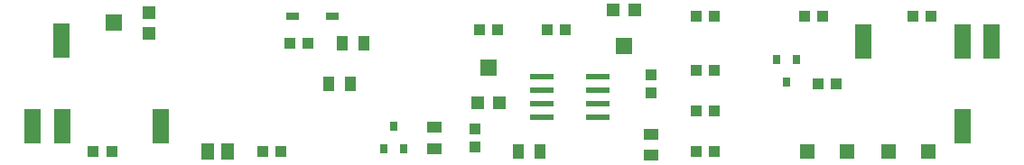
<source format=gtp>
G75*
%MOIN*%
%OFA0B0*%
%FSLAX25Y25*%
%IPPOS*%
%LPD*%
%AMOC8*
5,1,8,0,0,1.08239X$1,22.5*
%
%ADD10R,0.05512X0.04331*%
%ADD11R,0.04331X0.05512*%
%ADD12R,0.05512X0.05512*%
%ADD13R,0.04724X0.02756*%
%ADD14R,0.08661X0.02362*%
%ADD15R,0.03150X0.03543*%
%ADD16R,0.03937X0.04331*%
%ADD17R,0.05118X0.05906*%
%ADD18R,0.04331X0.03937*%
%ADD19R,0.05906X0.06299*%
%ADD20R,0.04724X0.04724*%
%ADD21R,0.06000X0.12500*%
%ADD22R,0.06299X0.05906*%
D10*
X0169256Y0017363D03*
X0169256Y0025237D03*
X0249256Y0022737D03*
X0249256Y0014863D03*
D11*
X0208193Y0016300D03*
X0200319Y0016300D03*
X0138193Y0041300D03*
X0130319Y0041300D03*
X0135319Y0056300D03*
X0143193Y0056300D03*
D12*
X0306776Y0016300D03*
X0321736Y0016300D03*
X0336776Y0016300D03*
X0351736Y0016300D03*
D13*
X0131539Y0066300D03*
X0116972Y0066300D03*
D14*
X0209020Y0043800D03*
X0229492Y0043800D03*
X0229492Y0038800D03*
X0209020Y0038800D03*
X0209020Y0033800D03*
X0229492Y0033800D03*
X0229492Y0028800D03*
X0209020Y0028800D03*
D15*
X0157996Y0017363D03*
X0150516Y0017363D03*
X0154256Y0025631D03*
X0295516Y0050237D03*
X0302996Y0050237D03*
X0299256Y0041969D03*
D16*
X0043409Y0016300D03*
X0050102Y0016300D03*
X0105909Y0016300D03*
X0112602Y0016300D03*
X0265909Y0016300D03*
X0272602Y0016300D03*
X0272602Y0031300D03*
X0265909Y0031300D03*
X0310909Y0041300D03*
X0317602Y0041300D03*
X0272602Y0046300D03*
X0265909Y0046300D03*
X0217602Y0061300D03*
X0210909Y0061300D03*
X0192602Y0061300D03*
X0185909Y0061300D03*
X0122602Y0056300D03*
X0115909Y0056300D03*
X0265909Y0066300D03*
X0272602Y0066300D03*
X0305909Y0066300D03*
X0312602Y0066300D03*
X0345909Y0066300D03*
X0352602Y0066300D03*
D17*
X0092996Y0016300D03*
X0085516Y0016300D03*
D18*
X0184256Y0017954D03*
X0184256Y0024646D03*
X0249256Y0037954D03*
X0249256Y0044646D03*
D19*
X0239256Y0055394D03*
X0189256Y0047206D03*
D20*
X0193193Y0034115D03*
X0185319Y0034115D03*
X0063941Y0059863D03*
X0063941Y0067737D03*
X0235319Y0068485D03*
X0243193Y0068485D03*
D21*
X0327591Y0057050D03*
X0364157Y0057050D03*
X0375080Y0057050D03*
X0364346Y0025440D03*
X0068421Y0025550D03*
X0031854Y0025550D03*
X0020932Y0025550D03*
X0031665Y0057160D03*
D22*
X0050850Y0063800D03*
M02*

</source>
